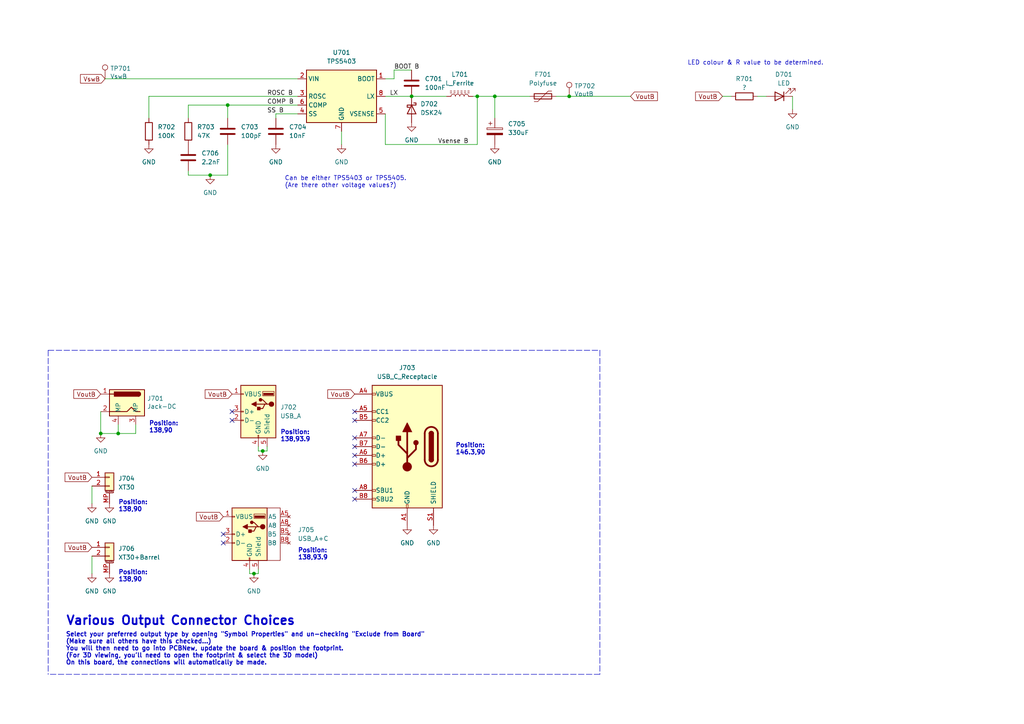
<source format=kicad_sch>
(kicad_sch (version 20211123) (generator eeschema)
  (paper "A4")
  (title_block (title "TPS540x Circuit B") (date "2024-04-01") (rev "1.0.0") (company "Scott A. Miller") (comment 1 "Don't forget to choose your output connector..."))
  (lib_symbols
    (symbol "Connector:TestPoint" (pin_numbers hide) (pin_names (offset 0.762) hide)
      (property "Reference" "TP" (at 0 6.858 0))
      (property "Value" "TestPoint" (at 0 5.08 0))
      (symbol "TestPoint_0_1"
        (circle (center 0 3.302) (radius 0.762))
      )
      (symbol "TestPoint_1_1"
        (pin passive line (at 0 0 90) (length 2.54) (name "1") (number "1"))
      )
    )
    (symbol "Connector:USB_A" (pin_names (offset 1.016))
      (property "Reference" "J" (at -5.08 11.43 0))
      (property "Value" "USB_A" (at -5.08 8.89 0))
      (symbol "USB_A_0_1"
        (rectangle (start -5.08 -7.62) (end 5.08 7.62) (stroke (width 0.254)) (fill (type background)))
        (circle (center -3.81 2.159) (radius 0.635) (stroke (width 0.254)) (fill (type outline)))
        (rectangle (start -1.524 4.826) (end -4.318 5.334) (fill (type outline)))
        (rectangle (start -1.27 4.572) (end -4.572 5.842))
        (circle (center -0.635 3.429) (radius 0.381) (stroke (width 0.254)) (fill (type outline)))
        (rectangle (start -0.127 -7.62) (end 0.127 -6.858))
        (polyline (pts (xy -3.175 2.159) (xy -2.54 2.159) (xy -1.27 3.429) (xy -0.635 3.429)) (stroke (width 0.254)))
        (polyline (pts (xy -2.54 2.159) (xy -1.905 2.159) (xy -1.27 0.889) (xy 0 0.889)) (stroke (width 0.254)))
        (polyline (pts (xy 0.635 2.794) (xy 0.635 1.524) (xy 1.905 2.159) (xy 0.635 2.794)) (stroke (width 0.254)) (fill (type outline)))
        (rectangle (start 0.254 1.27) (end -0.508 0.508) (stroke (width 0.254)) (fill (type outline)))
        (rectangle (start 5.08 -2.667) (end 4.318 -2.413))
        (rectangle (start 5.08 -0.127) (end 4.318 0.127))
        (rectangle (start 5.08 4.953) (end 4.318 5.207))
      )
      (symbol "USB_A_1_1"
        (polyline (pts (xy -1.905 2.159) (xy 0.635 2.159)) (stroke (width 0.254)))
        (pin power_in line (at 7.62 5.08 180) (length 2.54) (name "VBUS") (number "1"))
        (pin bidirectional line (at 7.62 -2.54 180) (length 2.54) (name "D-") (number "2"))
        (pin bidirectional line (at 7.62 0 180) (length 2.54) (name "D+") (number "3"))
        (pin power_in line (at 0 -10.16 90) (length 2.54) (name "GND") (number "4"))
        (pin passive line (at -2.54 -10.16 90) (length 2.54) (name "Shield") (number "5"))
      )
    )
    (symbol "Connector_Generic_MountingPin:Conn_01x02_MountingPin" (pin_names (offset 1.016) hide)
      (property "Reference" "J" (at 0 2.54 0))
      (property "Value" "Conn_01x02_MountingPin" (at 1.27 -5.08 0))
      (symbol "Conn_01x02_MountingPin_1_1"
        (rectangle (start -1.27 -2.413) (end 0 -2.667) (stroke (width 0.1524)))
        (rectangle (start -1.27 0.127) (end 0 -0.127) (stroke (width 0.1524)))
        (rectangle (start -1.27 1.27) (end 1.27 -3.81) (stroke (width 0.254)) (fill (type background)))
        (polyline (pts (xy -1.016 -4.572) (xy 1.016 -4.572)) (stroke (width 0.1524)))
        (text "Mounting" (at 0 -4.191 0) (effects (font (size 0.381 0.381))))
        (pin passive line (at -5.08 0 0) (length 3.81) (name "Pin_1") (number "1"))
        (pin passive line (at -5.08 -2.54 0) (length 3.81) (name "Pin_2") (number "2"))
        (pin passive line (at 0 -7.62 90) (length 3.048) (name "MountPin") (number "MP"))
      )
    )
    (symbol "Device:C" (pin_numbers hide) (pin_names (offset 0.254))
      (property "Reference" "C" (at 0.635 2.54 0))
      (property "Value" "C" (at 0.635 -2.54 0))
      (symbol "C_0_1"
        (polyline (pts (xy -2.032 -0.762) (xy 2.032 -0.762)) (stroke (width 0.508)))
        (polyline (pts (xy -2.032 0.762) (xy 2.032 0.762)) (stroke (width 0.508)))
      )
      (symbol "C_1_1"
        (pin passive line (at 0 3.81 270) (length 2.794) (name "~") (number "1"))
        (pin passive line (at 0 -3.81 90) (length 2.794) (name "~") (number "2"))
      )
    )
    (symbol "Device:C_Polarized" (pin_numbers hide) (pin_names (offset 0.254))
      (property "Reference" "C" (at 0.635 2.54 0))
      (property "Value" "C_Polarized" (at 0.635 -2.54 0))
      (symbol "C_Polarized_0_1"
        (rectangle (start -2.286 0.508) (end 2.286 1.016))
        (polyline (pts (xy -1.778 2.286) (xy -0.762 2.286)))
        (polyline (pts (xy -1.27 2.794) (xy -1.27 1.778)))
        (rectangle (start 2.286 -0.508) (end -2.286 -1.016) (fill (type outline)))
      )
      (symbol "C_Polarized_1_1"
        (pin passive line (at 0 3.81 270) (length 2.794) (name "~") (number "1"))
        (pin passive line (at 0 -3.81 90) (length 2.794) (name "~") (number "2"))
      )
    )
    (symbol "Device:D_Schottky" (pin_numbers hide) (pin_names (offset 1.016) hide)
      (property "Reference" "D" (at 0 2.54 0))
      (property "Value" "D_Schottky" (at 0 -2.54 0))
      (symbol "D_Schottky_0_1"
        (polyline (pts (xy 1.27 0) (xy -1.27 0)))
        (polyline (pts (xy 1.27 1.27) (xy 1.27 -1.27) (xy -1.27 0) (xy 1.27 1.27)) (stroke (width 0.254)))
        (polyline (pts (xy -1.905 0.635) (xy -1.905 1.27) (xy -1.27 1.27) (xy -1.27 -1.27) (xy -0.635 -1.27) (xy -0.635 -0.635)) (stroke (width 0.254)))
      )
      (symbol "D_Schottky_1_1"
        (pin passive line (at -3.81 0 0) (length 2.54) (name "K") (number "1"))
        (pin passive line (at 3.81 0 180) (length 2.54) (name "A") (number "2"))
      )
    )
    (symbol "Device:LED" (pin_numbers hide) (pin_names (offset 1.016) hide)
      (property "Reference" "D" (at 0 2.54 0))
      (property "Value" "LED" (at 0 -2.54 0))
      (symbol "LED_0_1"
        (polyline (pts (xy -1.27 -1.27) (xy -1.27 1.27)) (stroke (width 0.254)))
        (polyline (pts (xy -1.27 0) (xy 1.27 0)))
        (polyline (pts (xy 1.27 -1.27) (xy 1.27 1.27) (xy -1.27 0) (xy 1.27 -1.27)) (stroke (width 0.254)))
        (polyline (pts (xy -3.048 -0.762) (xy -4.572 -2.286) (xy -3.81 -2.286) (xy -4.572 -2.286) (xy -4.572 -1.524)))
        (polyline (pts (xy -1.778 -0.762) (xy -3.302 -2.286) (xy -2.54 -2.286) (xy -3.302 -2.286) (xy -3.302 -1.524)))
      )
      (symbol "LED_1_1"
        (pin passive line (at -3.81 0 0) (length 2.54) (name "K") (number "1"))
        (pin passive line (at 3.81 0 180) (length 2.54) (name "A") (number "2"))
      )
    )
    (symbol "Device:L_Ferrite" (pin_numbers hide) (pin_names (offset 1.016) hide)
      (property "Reference" "L" (at -1.27 0 90))
      (property "Value" "L_Ferrite" (at 2.794 0 90))
      (symbol "L_Ferrite_0_1"
        (arc (start 0 -2.54) (mid 0.635 -1.905) (end 0 -1.27))
        (arc (start 0 -1.27) (mid 0.635 -0.635) (end 0 0))
        (polyline (pts (xy 1.016 -2.794) (xy 1.016 -2.286)))
        (polyline (pts (xy 1.016 -1.778) (xy 1.016 -1.27)))
        (polyline (pts (xy 1.016 -0.762) (xy 1.016 -0.254)))
        (polyline (pts (xy 1.016 0.254) (xy 1.016 0.762)))
        (polyline (pts (xy 1.016 1.27) (xy 1.016 1.778)))
        (polyline (pts (xy 1.016 2.286) (xy 1.016 2.794)))
        (polyline (pts (xy 1.524 -2.286) (xy 1.524 -2.794)))
        (polyline (pts (xy 1.524 -1.27) (xy 1.524 -1.778)))
        (polyline (pts (xy 1.524 -0.254) (xy 1.524 -0.762)))
        (polyline (pts (xy 1.524 0.762) (xy 1.524 0.254)))
        (polyline (pts (xy 1.524 1.778) (xy 1.524 1.27)))
        (polyline (pts (xy 1.524 2.794) (xy 1.524 2.286)))
        (arc (start 0 0) (mid 0.635 0.635) (end 0 1.27))
        (arc (start 0 1.27) (mid 0.635 1.905) (end 0 2.54))
      )
      (symbol "L_Ferrite_1_1"
        (pin passive line (at 0 3.81 270) (length 1.27) (name "1") (number "1"))
        (pin passive line (at 0 -3.81 90) (length 1.27) (name "2") (number "2"))
      )
    )
    (symbol "Device:Polyfuse" (pin_numbers hide) (pin_names (offset 0))
      (property "Reference" "F" (at -2.54 0 90))
      (property "Value" "Polyfuse" (at 2.54 0 90))
      (symbol "Polyfuse_0_1"
        (rectangle (start -0.762 2.54) (end 0.762 -2.54) (stroke (width 0.254)))
        (polyline (pts (xy 0 2.54) (xy 0 -2.54)))
        (polyline (pts (xy -1.524 2.54) (xy -1.524 1.524) (xy 1.524 -1.524) (xy 1.524 -2.54)))
      )
      (symbol "Polyfuse_1_1"
        (pin passive line (at 0 3.81 270) (length 1.27) (name "~") (number "1"))
        (pin passive line (at 0 -3.81 90) (length 1.27) (name "~") (number "2"))
      )
    )
    (symbol "Device:R" (pin_numbers hide) (pin_names (offset 0))
      (property "Reference" "R" (at 2.032 0 90))
      (property "Value" "R" (at 0 0 90))
      (symbol "R_0_1"
        (rectangle (start -1.016 -2.54) (end 1.016 2.54) (stroke (width 0.254)))
      )
      (symbol "R_1_1"
        (pin passive line (at 0 3.81 270) (length 1.27) (name "~") (number "1"))
        (pin passive line (at 0 -3.81 90) (length 1.27) (name "~") (number "2"))
      )
    )
    (symbol "Regulator_Switching:TPS5403"
      (property "Reference" "U" (at 0 11.43 0))
      (property "Value" "TPS5403" (at 0 8.89 0))
      (symbol "TPS5403_1_1"
        (rectangle (start -10.16 7.62) (end 10.16 -7.62) (stroke (width 0.254)) (fill (type background)))
        (pin passive line (at 12.7 5.08 180) (length 2.54) (name "BOOT") (number "1"))
        (pin power_in line (at -12.7 5.08 0) (length 2.54) (name "VIN") (number "2"))
        (pin passive line (at -12.7 0 0) (length 2.54) (name "ROSC") (number "3"))
        (pin passive line (at -12.7 -5.08 0) (length 2.54) (name "SS") (number "4"))
        (pin input line (at 12.7 -5.08 180) (length 2.54) (name "VSENSE") (number "5"))
        (pin passive line (at -12.7 -2.54 0) (length 2.54) (name "COMP") (number "6"))
        (pin power_in line (at 0 -10.16 90) (length 2.54) (name "GND") (number "7"))
        (pin output line (at 12.7 0 180) (length 2.54) (name "LX") (number "8"))
      )
    )
    (symbol "power:GND" (power) (pin_names (offset 0))
      (property "Value" "GND" (at 0 -3.81 0))
      (symbol "GND_0_1"
        (polyline (pts (xy 0 0) (xy 0 -1.27) (xy 1.27 -1.27) (xy 0 -2.54) (xy -1.27 -1.27) (xy 0 -1.27)))
      )
      (symbol "GND_1_1"
        (pin power_in line (at 0 0 270) (length 0) hide (name "GND") (number "1"))
      )
    )
    (symbol "tinker:Jack-DC" (pin_names (offset 1.016))
      (property "Reference" "J" (at 0 5.334 0))
      (property "Value" "Jack-DC" (at -10.16 -2.54 0))
      (symbol "Jack-DC_0_1"
        (rectangle (start -5.08 3.81) (end 5.08 -3.81) (stroke (width 0.254)) (fill (type background)))
        (arc (start -3.302 3.175) (mid -3.937 2.54) (end -3.302 1.905) (stroke (width 0.254)))
        (arc (start -3.302 3.175) (mid -3.937 2.54) (end -3.302 1.905) (stroke (width 0.254)) (fill (type outline)))
        (polyline (pts (xy 5.08 2.54) (xy 3.81 2.54)) (stroke (width 0.254)))
        (polyline (pts (xy -3.81 -2.54) (xy -2.54 -2.54) (xy -1.27 -1.27) (xy 0 -2.54) (xy 2.54 -2.54) (xy 5.08 -2.54)) (stroke (width 0.254)))
        (rectangle (start 3.683 3.175) (end -3.302 1.905) (stroke (width 0.254)) (fill (type outline)))
      )
      (symbol "Jack-DC_1_1"
        (pin passive line (at 7.62 2.54 180) (length 2.54) (name "~") (number "1"))
        (pin passive line (at 7.62 -2.54 180) (length 2.54) (name "~") (number "2"))
        (pin power_in line (at -2.54 -6.35 90) (length 2.54) (name "MP") (number "3"))
        (pin power_in line (at 2.54 -6.35 90) (length 2.54) (name "MP") (number "4"))
      )
    )
    (symbol "tinker:USB_A+C" (pin_names (offset 1.016))
      (property "Reference" "J" (at -5.08 11.43 0))
      (property "Value" "USB_A+C" (at -5.08 8.89 0))
      (symbol "USB_A+C_0_1"
        (rectangle (start -8.89 7.62) (end -5.08 -7.62))
        (rectangle (start -5.08 -7.62) (end 5.08 7.62) (stroke (width 0.254)) (fill (type background)))
        (circle (center -3.81 2.159) (radius 0.635) (stroke (width 0.254)) (fill (type outline)))
        (rectangle (start -1.524 4.826) (end -4.318 5.334) (fill (type outline)))
        (rectangle (start -1.27 4.572) (end -4.572 5.842))
        (circle (center -0.635 3.429) (radius 0.381) (stroke (width 0.254)) (fill (type outline)))
        (rectangle (start -0.127 -7.62) (end 0.127 -6.858))
        (polyline (pts (xy -3.175 2.159) (xy -2.54 2.159) (xy -1.27 3.429) (xy -0.635 3.429)) (stroke (width 0.254)))
        (polyline (pts (xy -2.54 2.159) (xy -1.905 2.159) (xy -1.27 0.889) (xy 0 0.889)) (stroke (width 0.254)))
        (polyline (pts (xy 0.635 2.794) (xy 0.635 1.524) (xy 1.905 2.159) (xy 0.635 2.794)) (stroke (width 0.254)) (fill (type outline)))
        (rectangle (start 0.254 1.27) (end -0.508 0.508) (stroke (width 0.254)) (fill (type outline)))
        (rectangle (start 5.08 -2.667) (end 4.318 -2.413))
        (rectangle (start 5.08 -0.127) (end 4.318 0.127))
        (rectangle (start 5.08 4.953) (end 4.318 5.207))
      )
      (symbol "USB_A+C_1_1"
        (polyline (pts (xy -1.905 2.159) (xy 0.635 2.159)) (stroke (width 0.254)))
        (pin power_in line (at 7.62 5.08 180) (length 2.54) (name "VBUS") (number "1"))
        (pin bidirectional line (at 7.62 -2.54 180) (length 2.54) (name "D-") (number "2"))
        (pin bidirectional line (at 7.62 0 180) (length 2.54) (name "D+") (number "3"))
        (pin power_in line (at 0 -10.16 90) (length 2.54) (name "GND") (number "4"))
        (pin passive line (at -2.54 -10.16 90) (length 2.54) (name "Shield") (number "5"))
        (pin no_connect line (at -11.43 5.08 0) (length 2.54) (name "A5") (number "A5"))
        (pin no_connect line (at -11.43 2.54 0) (length 2.54) (name "A8") (number "A8"))
        (pin no_connect line (at -11.43 0 0) (length 2.54) (name "B5") (number "B5"))
        (pin no_connect line (at -11.43 -2.54 0) (length 2.54) (name "B8") (number "B8"))
      )
    )
    (symbol "tinker:USB_C_Receptacle" (pin_names (offset 1.016))
      (property "Reference" "J" (at -10.16 19.05 0))
      (property "Value" "USB_C_Receptacle" (at 19.05 19.05 0))
      (symbol "USB_C_Receptacle_0_0"
        (rectangle (start -0.254 -17.78) (end 0.254 -16.764))
        (rectangle (start 10.16 -14.986) (end 9.144 -15.494))
        (rectangle (start 10.16 -12.446) (end 9.144 -12.954))
        (rectangle (start 10.16 -4.826) (end 9.144 -5.334))
        (rectangle (start 10.16 -2.286) (end 9.144 -2.794))
        (rectangle (start 10.16 0.254) (end 9.144 -0.254))
        (rectangle (start 10.16 2.794) (end 9.144 2.286))
        (rectangle (start 10.16 7.874) (end 9.144 7.366))
        (rectangle (start 10.16 10.414) (end 9.144 9.906))
        (rectangle (start 10.16 15.494) (end 9.144 14.986))
      )
      (symbol "USB_C_Receptacle_0_1"
        (rectangle (start -10.16 17.78) (end 10.16 -17.78) (stroke (width 0.254)) (fill (type background)))
        (arc (start -8.89 -3.81) (mid -6.985 -5.715) (end -5.08 -3.81) (stroke (width 0.508)))
        (arc (start -7.62 -3.81) (mid -6.985 -4.445) (end -6.35 -3.81) (stroke (width 0.254)))
        (arc (start -7.62 -3.81) (mid -6.985 -4.445) (end -6.35 -3.81) (stroke (width 0.254)) (fill (type outline)))
        (rectangle (start -7.62 -3.81) (end -6.35 3.81) (stroke (width 0.254)) (fill (type outline)))
        (arc (start -6.35 3.81) (mid -6.985 4.445) (end -7.62 3.81) (stroke (width 0.254)))
        (arc (start -6.35 3.81) (mid -6.985 4.445) (end -7.62 3.81) (stroke (width 0.254)) (fill (type outline)))
        (arc (start -5.08 3.81) (mid -6.985 5.715) (end -8.89 3.81) (stroke (width 0.508)))
        (circle (center -2.54 1.143) (radius 0.635) (stroke (width 0.254)) (fill (type outline)))
        (circle (center 0 -5.842) (radius 1.27) (fill (type outline)))
        (polyline (pts (xy -8.89 -3.81) (xy -8.89 3.81)) (stroke (width 0.508)))
        (polyline (pts (xy -5.08 3.81) (xy -5.08 -3.81)) (stroke (width 0.508)))
        (polyline (pts (xy 0 -5.842) (xy 0 4.318)) (stroke (width 0.508)))
        (polyline (pts (xy 0 -3.302) (xy -2.54 -0.762) (xy -2.54 0.508)) (stroke (width 0.508)))
        (polyline (pts (xy 0 -2.032) (xy 2.54 0.508) (xy 2.54 1.778)) (stroke (width 0.508)))
        (polyline (pts (xy -1.27 4.318) (xy 0 6.858) (xy 1.27 4.318) (xy -1.27 4.318)) (stroke (width 0.254)) (fill (type outline)))
        (rectangle (start 1.905 1.778) (end 3.175 3.048) (stroke (width 0.254)) (fill (type outline)))
      )
      (symbol "USB_C_Receptacle_1_1"
        (pin passive line (at 0 -22.86 90) (length 5.08) (name "GND") (number "A1"))
        (pin passive line (at 0 -22.86 90) (length 5.08) hide (name "GND") (number "A12"))
        (pin passive line (at 15.24 15.24 180) (length 5.08) (name "VBUS") (number "A4"))
        (pin bidirectional line (at 15.24 10.16 180) (length 5.08) (name "CC1") (number "A5"))
        (pin bidirectional line (at 15.24 -2.54 180) (length 5.08) (name "D+") (number "A6"))
        (pin bidirectional line (at 15.24 2.54 180) (length 5.08) (name "D-") (number "A7"))
        (pin bidirectional line (at 15.24 -12.7 180) (length 5.08) (name "SBU1") (number "A8"))
        (pin passive line (at 15.24 15.24 180) (length 5.08) hide (name "VBUS") (number "A9"))
        (pin passive line (at 0 -22.86 90) (length 5.08) hide (name "GND") (number "B1"))
        (pin passive line (at 0 -22.86 90) (length 5.08) hide (name "GND") (number "B12"))
        (pin passive line (at 15.24 15.24 180) (length 5.08) hide (name "VBUS") (number "B4"))
        (pin bidirectional line (at 15.24 7.62 180) (length 5.08) (name "CC2") (number "B5"))
        (pin bidirectional line (at 15.24 -5.08 180) (length 5.08) (name "D+") (number "B6"))
        (pin bidirectional line (at 15.24 0 180) (length 5.08) (name "D-") (number "B7"))
        (pin bidirectional line (at 15.24 -15.24 180) (length 5.08) (name "SBU2") (number "B8"))
        (pin passive line (at 15.24 15.24 180) (length 5.08) hide (name "VBUS") (number "B9"))
        (pin passive line (at -7.62 -22.86 90) (length 5.08) (name "SHIELD") (number "S1"))
      )
    )
  )
  (junction (at 34.29 125.73))
  (junction (at 73.66 166.37))
  (junction (at 76.2 130.81))
  (junction (at 143.51 27.94))
  (junction (at 66.04 30.48))
  (junction (at 119.38 27.94))
  (junction (at 60.96 50.8))
  (junction (at 29.21 125.73))
  (junction (at 138.43 27.94))
  (junction (at 165.1 27.94))
  (no_connect (at 102.87 144.78))
  (no_connect (at 102.87 142.24))
  (no_connect (at 102.87 127))
  (no_connect (at 102.87 134.62))
  (no_connect (at 67.31 119.38))
  (no_connect (at 67.31 121.92))
  (no_connect (at 102.87 129.54))
  (no_connect (at 64.77 157.48))
  (no_connect (at 102.87 132.08))
  (no_connect (at 102.87 119.38))
  (no_connect (at 102.87 121.92))
  (no_connect (at 64.77 154.94))
  (wire (pts (xy 29.21 119.38) (xy 29.21 125.73)))
  (wire (pts (xy 54.61 30.48) (xy 54.61 34.29)))
  (wire (pts (xy 26.67 161.29) (xy 26.67 166.37)))
  (wire (pts (xy 165.1 27.94) (xy 182.88 27.94)))
  (wire (pts (xy 39.37 123.19) (xy 39.37 125.73)))
  (wire (pts (xy 111.76 41.91) (xy 138.43 41.91)))
  (wire (pts (xy 111.76 33.02) (xy 111.76 41.91)))
  (wire (pts (xy 54.61 49.53) (xy 54.61 50.8)))
  (wire (pts (xy 26.67 140.97) (xy 26.67 146.05)))
  (wire (pts (xy 86.36 27.94) (xy 43.18 27.94)))
  (wire (pts (xy 111.76 27.94) (xy 119.38 27.94)))
  (wire (pts (xy 119.38 27.94) (xy 129.54 27.94)))
  (wire (pts (xy 54.61 50.8) (xy 60.96 50.8)))
  (wire (pts (xy 66.04 30.48) (xy 54.61 30.48)))
  (polyline (pts (xy 173.99 101.6) (xy 173.99 195.58)))
  (wire (pts (xy 77.47 129.54) (xy 77.47 130.81)))
  (wire (pts (xy 43.18 27.94) (xy 43.18 34.29)))
  (wire (pts (xy 74.93 165.1) (xy 74.93 166.37)))
  (wire (pts (xy 77.47 130.81) (xy 76.2 130.81)))
  (wire (pts (xy 34.29 123.19) (xy 34.29 125.73)))
  (polyline (pts (xy 13.97 101.6) (xy 173.99 101.6)))
  (wire (pts (xy 143.51 27.94) (xy 153.67 27.94)))
  (wire (pts (xy 66.04 41.91) (xy 66.04 50.8)))
  (wire (pts (xy 161.29 27.94) (xy 165.1 27.94)))
  (wire (pts (xy 34.29 125.73) (xy 29.21 125.73)))
  (wire (pts (xy 219.71 27.94) (xy 222.25 27.94)))
  (wire (pts (xy 143.51 27.94) (xy 143.51 34.29)))
  (wire (pts (xy 74.93 166.37) (xy 73.66 166.37)))
  (wire (pts (xy 86.36 33.02) (xy 80.01 33.02)))
  (wire (pts (xy 111.76 22.86) (xy 114.3 22.86)))
  (wire (pts (xy 86.36 30.48) (xy 66.04 30.48)))
  (wire (pts (xy 74.93 129.54) (xy 74.93 130.81)))
  (wire (pts (xy 74.93 130.81) (xy 76.2 130.81)))
  (wire (pts (xy 66.04 50.8) (xy 60.96 50.8)))
  (wire (pts (xy 229.87 27.94) (xy 229.87 31.75)))
  (wire (pts (xy 114.3 22.86) (xy 114.3 20.32)))
  (wire (pts (xy 209.55 27.94) (xy 212.09 27.94)))
  (wire (pts (xy 138.43 41.91) (xy 138.43 27.94)))
  (wire (pts (xy 99.06 41.91) (xy 99.06 38.1)))
  (wire (pts (xy 138.43 27.94) (xy 143.51 27.94)))
  (polyline (pts (xy 13.97 101.6) (xy 13.97 195.58)))
  (wire (pts (xy 80.01 33.02) (xy 80.01 34.29)))
  (wire (pts (xy 72.39 166.37) (xy 73.66 166.37)))
  (polyline (pts (xy 173.99 195.58) (xy 13.97 195.58)))
  (wire (pts (xy 138.43 27.94) (xy 137.16 27.94)))
  (wire (pts (xy 114.3 20.32) (xy 119.38 20.32)))
  (wire (pts (xy 72.39 165.1) (xy 72.39 166.37)))
  (wire (pts (xy 30.48 22.86) (xy 86.36 22.86)))
  (wire (pts (xy 39.37 125.73) (xy 34.29 125.73)))
  (wire (pts (xy 66.04 30.48) (xy 66.04 34.29)))
  (text "Position:\n138,93.9" (at 86.36 162.56 0) (effects (font (size 1.27 1.27) bold) (justify left bottom)))
  (text "Can be either TPS5403 or TPS5405.\n(Are there other voltage values?)" (at 82.55 54.61 0) (effects (font (size 1.27 1.27)) (justify left bottom)))
  (text "Position:\n146.3,90" (at 132.08 132.08 0) (effects (font (size 1.27 1.27) bold) (justify left bottom)))
  (text "Various Output Connector Choices" (at 19.05 181.61 0) (effects (font (size 2.54 2.54) (thickness 0.508) bold) (justify left bottom)))
  (text "Position:\n138,90" (at 43.18 125.73 0) (effects (font (size 1.27 1.27) bold) (justify left bottom)))
  (text "LED colour & R value to be determined." (at 199.39 19.05 0) (effects (font (size 1.27 1.27)) (justify left bottom)))
  (text "Position:\n138,90" (at 34.29 148.59 0) (effects (font (size 1.27 1.27) bold) (justify left bottom)))
  (text "Select your preferred output type by opening \"Symbol Properties\" and un-checking \"Exclude from Board\"\n(Make sure all others have this checked...)\nYou will then need to go into PCBNew, update the board & position the footprint.\n(For 3D viewing, you'll need to open the footprint & select the 3D model)\nOn this board, the connections will automatically be made.\n" (at 19.05 193.04 0) (effects (font (size 1.27 1.27) bold) (justify left bottom)))
  (text "Position:\n138,90" (at 34.29 168.91 0) (effects (font (size 1.27 1.27) bold) (justify left bottom)))
  (text "Position:\n138,93.9" (at 81.28 128.27 0) (effects (font (size 1.27 1.27) bold) (justify left bottom)))
  (label "SS B" (at 77.47 33.02 0))
  (label "BOOT B" (at 114.3 20.32 0))
  (label "ROSC B" (at 77.47 27.94 0))
  (label "LX" (at 113.03 27.94 0))
  (label "Vsense B" (at 127 41.91 0))
  (label "COMP B" (at 77.47 30.48 0))
  (global_label "VoutB" (shape input) (at 29.21 114.3 180) (property "Intersheet References" "${INTERSHEET_REFS}" (effects hide)))
  (global_label "VoutB" (shape input) (at 26.67 158.75 180) (property "Intersheet References" "${INTERSHEET_REFS}" (effects hide)))
  (global_label "VoutB" (shape input) (at 64.77 149.86 180) (property "Intersheet References" "${INTERSHEET_REFS}" (effects hide)))
  (global_label "VoutB" (shape input) (at 209.55 27.94 180) (property "Intersheet References" "${INTERSHEET_REFS}" (effects hide)))
  (global_label "VoutB" (shape input) (at 67.31 114.3 180) (property "Intersheet References" "${INTERSHEET_REFS}" (effects hide)))
  (global_label "VoutB" (shape input) (at 102.87 114.3 180) (property "Intersheet References" "${INTERSHEET_REFS}" (effects hide)))
  (global_label "VswB" (shape input) (at 30.48 22.86 180) (property "Intersheet References" "${INTERSHEET_REFS}" (effects hide)))
  (global_label "VoutB" (shape input) (at 182.88 27.94 0) (property "Intersheet References" "${INTERSHEET_REFS}" (effects hide)))
  (global_label "VoutB" (shape input) (at 26.67 138.43 180) (property "Intersheet References" "${INTERSHEET_REFS}" (effects hide)))
  (symbol (lib_id "Connector_Generic_MountingPin:Conn_01x02_MountingPin") (at 31.75 138.43 0) (unit 1) (in_bom no) (on_board no)
    (property "Reference" "J704" (at 34.29 138.7855 0) (effects (justify left)))
    (property "Value" "XT30" (at 34.29 141.3255 0) (effects (justify left)))
    (property "Footprint" "tinker:CONN-TH_XT30PW-F-1" (effects hide))
    (property "LCSC" "C2913282" (effects hide))
  )
  (symbol (lib_id "power:GND") (at 29.21 125.73 0) (unit 1)
    (property "Reference" "#PWR0709" (effects hide))
    (property "Value" "GND" (at 29.21 130.81 0))
  )
  (symbol (lib_id "tinker:Jack-DC") (at 36.83 116.84 0) (mirror y) (unit 1) (in_bom no) (on_board no)
    (property "Reference" "J701" (at 42.672 115.57 0) (effects (justify right)))
    (property "Value" "Jack-DC" (at 42.672 117.8814 0) (effects (justify right)))
    (property "Footprint" "tinker:BarrelJack_CUI_PJ-063AH_Horizontal" (effects hide))
    (property "DigiKey" "PJ-063AH" (effects hide))
  )
  (symbol (lib_id "Device:C") (at 54.61 45.72 0) (unit 1)
    (property "Reference" "C706" (at 58.42 44.4499 0) (effects (justify left)))
    (property "Value" "2.2nF" (at 58.42 46.9899 0) (effects (justify left)))
    (property "Footprint" "Capacitor_SMD:C_0603_1608Metric" (effects hide))
    (property "LCSC" "C1604" (effects hide))
  )
  (symbol (lib_id "Device:C") (at 119.38 24.13 0) (unit 1)
    (property "Reference" "C701" (at 123.19 22.8599 0) (effects (justify left)))
    (property "Value" "100nF" (at 123.19 25.3999 0) (effects (justify left)))
    (property "Footprint" "Capacitor_SMD:C_0603_1608Metric" (effects hide))
    (property "LCSC" "C14663" (effects hide))
  )
  (symbol (lib_id "power:GND") (at 26.67 166.37 0) (unit 1)
    (property "Reference" "#PWR0110" (effects hide))
    (property "Value" "GND" (at 26.67 171.45 0))
  )
  (symbol (lib_id "Connector_Generic_MountingPin:Conn_01x02_MountingPin") (at 31.75 158.75 0) (unit 1)
    (property "Reference" "J706" (at 34.29 159.1055 0) (effects (justify left)))
    (property "Value" "XT30+Barrel" (at 34.29 161.6455 0) (effects (justify left)))
    (property "Footprint" "tinker:CONN-TH_XT30PW-F-1+Barrel" (effects hide))
    (property "LCSC" "XT30-(C2913282)" (effects hide))
    (property "DigiKey" "Barrel-(PJ-063AH)" (effects hide))
  )
  (symbol (lib_id "power:GND") (at 125.73 152.4 0) (unit 1)
    (property "Reference" "#PWR0714" (effects hide))
    (property "Value" "GND" (at 125.73 157.48 0))
  )
  (symbol (lib_id "Connector:TestPoint") (at 30.48 22.86 0) (unit 1) (in_bom no)
    (property "Reference" "TP701" (at 31.9532 19.8628 0) (effects (justify left)))
    (property "Value" "VswB" (at 31.9532 22.1742 0) (effects (justify left)))
    (property "Footprint" "tinker:TestPoint_THTPad_D1.0mm_Drill0.5mm" (effects hide))
  )
  (symbol (lib_id "Device:C_Polarized") (at 143.51 38.1 0) (unit 1)
    (property "Reference" "C705" (at 147.32 35.9409 0) (effects (justify left)))
    (property "Value" "330uF" (at 147.32 38.4809 0) (effects (justify left)))
    (property "Footprint" "Capacitor_SMD:CP_Elec_8x10" (effects hide))
    (property "LCSC" "C178599" (effects hide))
  )
  (symbol (lib_id "power:GND") (at 31.75 146.05 0) (unit 1)
    (property "Reference" "#PWR0712" (effects hide))
    (property "Value" "GND" (at 31.75 151.13 0))
  )
  (symbol (lib_id "power:GND") (at 76.2 130.81 0) (unit 1)
    (property "Reference" "#PWR0710" (effects hide))
    (property "Value" "GND" (at 76.2 135.89 0))
  )
  (symbol (lib_id "power:GND") (at 229.87 31.75 0) (unit 1)
    (property "Reference" "#PWR0702" (effects hide))
    (property "Value" "GND" (at 229.87 36.83 0))
  )
  (symbol (lib_id "tinker:USB_C_Receptacle") (at 118.11 129.54 0) (mirror y) (unit 1) (in_bom no) (on_board no)
    (property "Reference" "J703" (at 118.11 106.68 0))
    (property "Value" "USB_C_Receptacle" (at 118.11 109.22 0))
    (property "Footprint" "tinker:USB_C_Receptacle_HRO_TYPE-C-31-M-12" (effects hide))
    (property "Datasheet" "https://www.usb.org/sites/default/files/documents/usb_type-c.zip" (effects hide))
    (property "LCSC" "C2765186" (effects hide))
  )
  (symbol (lib_id "Device:Polyfuse") (at 157.48 27.94 90) (unit 1)
    (property "Reference" "F701" (at 157.48 21.59 90))
    (property "Value" "Polyfuse" (at 157.48 24.13 90))
    (property "Footprint" "tinker:F1206" (effects hide))
    (property "Datasheet" "https://www.lcsc.com/datasheet/lcsc_datasheet_2305121424_BHFUSE-BSMD1206L-260_C960020.pdf" (effects hide))
    (property "LCSC" "C883134" (effects hide))
    (property "Field5" "BHFuse BSMD1206 family" (effects hide))
    (property "Field6" "https://www.lcsc.com/products/Resettable-Fuses_11042.html?keyword=BSMD1206" (effects hide))
  )
  (symbol (lib_id "power:GND") (at 26.67 146.05 0) (unit 1)
    (property "Reference" "#PWR0711" (effects hide))
    (property "Value" "GND" (at 26.67 151.13 0))
  )
  (symbol (lib_id "power:GND") (at 80.01 41.91 0) (unit 1)
    (property "Reference" "#PWR0705" (effects hide))
    (property "Value" "GND" (at 80.01 46.99 0))
  )
  (symbol (lib_id "Device:D_Schottky") (at 119.38 31.75 270) (unit 1)
    (property "Reference" "D702" (at 121.92 30.1624 90) (effects (justify left)))
    (property "Value" "DSK24" (at 121.92 32.7024 90) (effects (justify left)))
    (property "Footprint" "Diode_SMD:D_SOD-123" (effects hide))
    (property "LCSC" "C908229" (effects hide))
  )
  (symbol (lib_id "Device:R") (at 54.61 38.1 0) (unit 1)
    (property "Reference" "R703" (at 57.15 36.8299 0) (effects (justify left)))
    (property "Value" "47K" (at 57.15 39.3699 0) (effects (justify left)))
    (property "Footprint" "Resistor_SMD:R_0603_1608Metric" (effects hide))
    (property "LCSC" "C25819" (effects hide))
  )
  (symbol (lib_id "tinker:USB_A+C") (at 72.39 154.94 0) (mirror y) (unit 1) (in_bom no) (on_board no)
    (property "Reference" "J705" (at 86.36 153.67 0) (effects (justify right)))
    (property "Value" "USB_A+C" (at 86.36 156.21 0) (effects (justify right)))
    (property "Footprint" "tinker:USB_A+C" (effects hide))
    (property "Datasheet" " ~" (effects hide))
    (property "LCSC" "A-(C6389922) C-(C2765186)" (effects hide))
    (property "DigiKey" "A-(AU-Y1005)" (effects hide))
  )
  (symbol (lib_id "Connector:USB_A") (at 74.93 119.38 0) (mirror y) (unit 1) (in_bom no) (on_board no)
    (property "Reference" "J702" (at 81.28 118.1099 0) (effects (justify right)))
    (property "Value" "USB_A" (at 81.28 120.6499 0) (effects (justify right)))
    (property "Footprint" "tinker:USB_A_Female_THT" (effects hide))
    (property "Datasheet" " ~" (effects hide))
    (property "LCSC" "C6389922" (effects hide))
    (property "DigiKey" "AU-Y1005" (effects hide))
  )
  (symbol (lib_id "Device:R") (at 215.9 27.94 90) (unit 1)
    (property "Reference" "R701" (at 215.9 22.86 90))
    (property "Value" "?" (at 215.9 25.4 90))
    (property "Footprint" "Resistor_SMD:R_0603_1608Metric" (effects hide))
  )
  (symbol (lib_id "power:GND") (at 73.66 166.37 0) (unit 1)
    (property "Reference" "#PWR0715" (effects hide))
    (property "Value" "GND" (at 73.66 171.45 0))
  )
  (symbol (lib_id "power:GND") (at 143.51 41.91 0) (unit 1)
    (property "Reference" "#PWR0707" (effects hide))
    (property "Value" "GND" (at 143.51 46.99 0))
  )
  (symbol (lib_id "power:GND") (at 118.11 152.4 0) (unit 1)
    (property "Reference" "#PWR0713" (effects hide))
    (property "Value" "GND" (at 118.11 157.48 0))
  )
  (symbol (lib_id "Device:R") (at 43.18 38.1 0) (unit 1)
    (property "Reference" "R702" (at 45.72 36.8299 0) (effects (justify left)))
    (property "Value" "100K" (at 45.72 39.3699 0) (effects (justify left)))
    (property "Footprint" "Resistor_SMD:R_0603_1608Metric" (effects hide))
    (property "LCSC" "C25803" (effects hide))
  )
  (symbol (lib_id "Device:C") (at 66.04 38.1 0) (unit 1)
    (property "Reference" "C703" (at 69.85 36.8299 0) (effects (justify left)))
    (property "Value" "100pF" (at 69.85 39.3699 0) (effects (justify left)))
    (property "Footprint" "Capacitor_SMD:C_0603_1608Metric" (effects hide))
    (property "LCSC" "C44567" (effects hide))
  )
  (symbol (lib_id "Device:C") (at 80.01 38.1 0) (unit 1)
    (property "Reference" "C704" (at 83.82 36.8299 0) (effects (justify left)))
    (property "Value" "10nF" (at 83.82 39.3699 0) (effects (justify left)))
    (property "Footprint" "Capacitor_SMD:C_0603_1608Metric" (effects hide))
    (property "LCSC" "C107059" (effects hide))
  )
  (symbol (lib_id "power:GND") (at 60.96 50.8 0) (unit 1)
    (property "Reference" "#PWR0708" (effects hide))
    (property "Value" "GND" (at 60.96 55.88 0))
  )
  (symbol (lib_id "power:GND") (at 99.06 41.91 0) (unit 1)
    (property "Reference" "#PWR0706" (effects hide))
    (property "Value" "GND" (at 99.06 46.99 0))
  )
  (symbol (lib_id "power:GND") (at 119.38 35.56 0) (unit 1)
    (property "Reference" "#PWR0701" (effects hide))
    (property "Value" "GND" (at 119.38 40.64 0))
  )
  (symbol (lib_id "Device:LED") (at 226.06 27.94 180) (unit 1)
    (property "Reference" "D701" (at 227.33 21.59 0))
    (property "Value" "LED" (at 227.33 24.13 0))
    (property "Footprint" "LED_SMD:LED_0603_1608Metric" (effects hide))
  )
  (symbol (lib_id "power:GND") (at 31.75 166.37 0) (unit 1)
    (property "Reference" "#PWR0111" (effects hide))
    (property "Value" "GND" (at 31.75 171.45 0))
  )
  (symbol (lib_id "power:GND") (at 43.18 41.91 0) (unit 1)
    (property "Reference" "#PWR0704" (effects hide))
    (property "Value" "GND" (at 43.18 46.99 0))
  )
  (symbol (lib_id "Connector:TestPoint") (at 165.1 27.94 0) (unit 1) (in_bom no)
    (property "Reference" "TP702" (at 166.5732 24.9428 0) (effects (justify left)))
    (property "Value" "VoutB" (at 166.5732 27.2542 0) (effects (justify left)))
    (property "Footprint" "tinker:TestPoint_THTPad_D1.0mm_Drill0.5mm" (effects hide))
  )
  (symbol (lib_id "Regulator_Switching:TPS5403") (at 99.06 27.94 0) (unit 1)
    (property "Reference" "U701" (at 99.06 15.24 0))
    (property "Value" "TPS5403" (at 99.06 17.78 0))
    (property "Footprint" "Package_SO:SOIC-8_3.9x4.9mm_P1.27mm" (effects hide))
    (property "Datasheet" "https://www.ti.com/lit/ds/symlink/tps5403.pdf" (effects hide))
    (property "DigiKey" "TPS5403DR, TPS5405DR" (effects hide))
    (property "LCSC" "C962080, C488409" (effects hide))
  )
  (symbol (lib_id "Device:L_Ferrite") (at 133.35 27.94 90) (unit 1)
    (property "Reference" "L701" (at 133.35 21.59 90))
    (property "Value" "L_Ferrite" (at 133.35 24.13 90))
    (property "Footprint" "tinker:IND-SMD_L7.1-W6.6" (effects hide))
    (property "LCSC" "C2983095" (effects hide))
  )
)
</source>
